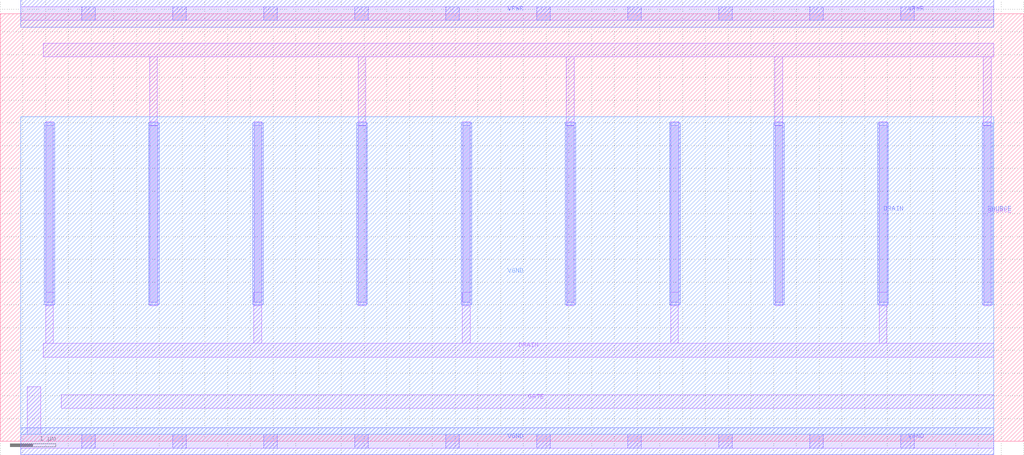
<source format=lef>
VERSION 5.7 ;
  NOWIREEXTENSIONATPIN ON ;
  DIVIDERCHAR "/" ;
  BUSBITCHARS "[]" ;
MACRO sky130_asc_nfet_01v8_lvt_9
  CLASS CORE ;
  FOREIGN sky130_asc_nfet_01v8_lvt_9 ;
  ORIGIN 0.000 0.000 ;
  SIZE 22.500 BY 9.400 ;
  SITE unitasc ;
  PIN GATE
    DIRECTION INOUT ;
    ANTENNAGATEAREA 72.000000 ;
    PORT
      LAYER li1 ;
        RECT 1.340 0.720 21.840 1.020 ;
    END
  END GATE
  PIN SOURCE
    DIRECTION INOUT ;
    ANTENNADIFFAREA 5.800000 ;
    PORT
      LAYER li1 ;
        RECT 0.940 8.450 21.840 8.750 ;
        RECT 3.285 7.020 3.455 8.450 ;
        RECT 7.865 7.020 8.035 8.450 ;
        RECT 12.445 7.020 12.615 8.450 ;
        RECT 17.025 7.020 17.195 8.450 ;
        RECT 21.605 7.020 21.775 8.450 ;
        RECT 3.285 6.930 3.460 7.020 ;
        RECT 7.865 6.930 8.040 7.020 ;
        RECT 12.445 6.930 12.620 7.020 ;
        RECT 17.025 6.930 17.200 7.020 ;
        RECT 21.605 6.930 21.780 7.020 ;
        RECT 3.290 2.980 3.460 6.930 ;
        RECT 7.870 2.980 8.040 6.930 ;
        RECT 12.450 2.980 12.620 6.930 ;
        RECT 17.030 2.980 17.200 6.930 ;
        RECT 21.610 2.980 21.780 6.930 ;
      LAYER mcon ;
        RECT 3.290 3.060 3.460 6.940 ;
        RECT 7.870 3.060 8.040 6.940 ;
        RECT 12.450 3.060 12.620 6.940 ;
        RECT 17.030 3.060 17.200 6.940 ;
        RECT 21.610 3.060 21.780 6.940 ;
      LAYER met1 ;
        RECT 3.260 3.000 3.490 7.000 ;
        RECT 7.840 3.000 8.070 7.000 ;
        RECT 12.420 3.000 12.650 7.000 ;
        RECT 17.000 3.000 17.230 7.000 ;
        RECT 21.580 3.000 21.810 7.000 ;
    END
  END SOURCE
  PIN DRAIN
    DIRECTION INOUT ;
    ANTENNADIFFAREA 5.800000 ;
    PORT
      LAYER li1 ;
        RECT 1.000 3.270 1.170 7.020 ;
        RECT 5.580 3.270 5.750 7.020 ;
        RECT 10.160 3.270 10.330 7.020 ;
        RECT 14.740 3.270 14.910 7.020 ;
        RECT 19.320 3.270 19.490 7.020 ;
        RECT 0.995 2.980 1.170 3.270 ;
        RECT 5.575 2.980 5.750 3.270 ;
        RECT 10.155 2.980 10.330 3.270 ;
        RECT 14.735 2.980 14.910 3.270 ;
        RECT 19.315 2.980 19.490 3.270 ;
        RECT 0.995 2.150 1.165 2.980 ;
        RECT 5.575 2.150 5.745 2.980 ;
        RECT 10.155 2.150 10.325 2.980 ;
        RECT 14.735 2.150 14.905 2.980 ;
        RECT 19.315 2.150 19.485 2.980 ;
        RECT 0.940 1.850 21.840 2.150 ;
      LAYER mcon ;
        RECT 1.000 3.060 1.170 6.940 ;
        RECT 5.580 3.060 5.750 6.940 ;
        RECT 10.160 3.060 10.330 6.940 ;
        RECT 14.740 3.060 14.910 6.940 ;
        RECT 19.320 3.060 19.490 6.940 ;
      LAYER met1 ;
        RECT 0.970 3.000 1.200 7.000 ;
        RECT 5.550 3.000 5.780 7.000 ;
        RECT 10.130 3.000 10.360 7.000 ;
        RECT 14.710 3.000 14.940 7.000 ;
        RECT 19.290 3.000 19.520 7.000 ;
    END
  END DRAIN
  PIN VPWR
    DIRECTION INOUT ;
    USE POWER ;
    PORT
      LAYER li1 ;
        RECT 0.450 9.250 21.840 9.550 ;
      LAYER mcon ;
        RECT 1.790 9.250 2.090 9.550 ;
        RECT 3.790 9.250 4.090 9.550 ;
        RECT 5.790 9.250 6.090 9.550 ;
        RECT 7.790 9.250 8.090 9.550 ;
        RECT 9.790 9.250 10.090 9.550 ;
        RECT 11.790 9.250 12.090 9.550 ;
        RECT 13.790 9.250 14.090 9.550 ;
        RECT 15.790 9.250 16.090 9.550 ;
        RECT 17.790 9.250 18.090 9.550 ;
        RECT 19.790 9.250 20.090 9.550 ;
      LAYER met1 ;
        RECT 0.450 9.100 21.840 9.700 ;
    END
  END VPWR
  PIN VGND
    DIRECTION INOUT ;
    USE GROUND ;
    PORT
      LAYER pwell ;
        RECT 0.450 0.150 21.840 7.130 ;
      LAYER li1 ;
        RECT 0.590 0.150 0.890 1.200 ;
        RECT 0.450 -0.150 21.840 0.150 ;
      LAYER mcon ;
        RECT 1.790 -0.150 2.090 0.150 ;
        RECT 3.790 -0.150 4.090 0.150 ;
        RECT 5.790 -0.150 6.090 0.150 ;
        RECT 7.790 -0.150 8.090 0.150 ;
        RECT 9.790 -0.150 10.090 0.150 ;
        RECT 11.790 -0.150 12.090 0.150 ;
        RECT 13.790 -0.150 14.090 0.150 ;
        RECT 15.790 -0.150 16.090 0.150 ;
        RECT 17.790 -0.150 18.090 0.150 ;
        RECT 19.790 -0.150 20.090 0.150 ;
      LAYER met1 ;
        RECT 0.450 -0.300 21.840 0.300 ;
    END
  END VGND
END sky130_asc_nfet_01v8_lvt_9
END LIBRARY


</source>
